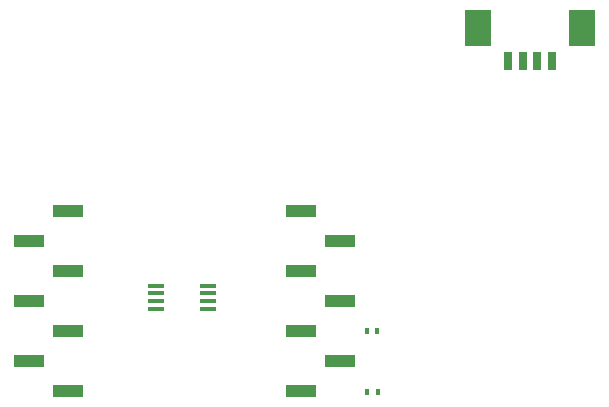
<source format=gbr>
G04 #@! TF.GenerationSoftware,KiCad,Pcbnew,(5.1.2)-2*
G04 #@! TF.CreationDate,2021-08-27T15:03:54-04:00*
G04 #@! TF.ProjectId,MAG_Plus,4d41475f-506c-4757-932e-6b696361645f,rev?*
G04 #@! TF.SameCoordinates,Original*
G04 #@! TF.FileFunction,Paste,Top*
G04 #@! TF.FilePolarity,Positive*
%FSLAX46Y46*%
G04 Gerber Fmt 4.6, Leading zero omitted, Abs format (unit mm)*
G04 Created by KiCad (PCBNEW (5.1.2)-2) date 2021-08-27 15:03:54*
%MOMM*%
%LPD*%
G04 APERTURE LIST*
%ADD10R,0.800000X1.500000*%
%ADD11R,2.200000X3.100000*%
%ADD12R,2.510000X1.000000*%
%ADD13R,0.400000X0.600000*%
%ADD14R,1.450000X0.450000*%
G04 APERTURE END LIST*
D10*
X194005000Y-159525000D03*
X192755000Y-159525000D03*
X191505000Y-159525000D03*
X190255000Y-159525000D03*
D11*
X196505000Y-156775000D03*
X187755000Y-156775000D03*
D12*
X172745000Y-172280000D03*
X172745000Y-177360000D03*
X172745000Y-182440000D03*
X172745000Y-187520000D03*
X176055000Y-174820000D03*
X176055000Y-179900000D03*
X176055000Y-184980000D03*
X149745000Y-174800000D03*
X149745000Y-179880000D03*
X149745000Y-184960000D03*
X153055000Y-172260000D03*
X153055000Y-177340000D03*
X153055000Y-182420000D03*
X153055000Y-187500000D03*
D13*
X178330000Y-187530000D03*
X179230000Y-187530000D03*
X179220000Y-182440000D03*
X178320000Y-182440000D03*
D14*
X164860000Y-180530000D03*
X164860000Y-179880000D03*
X164860000Y-179230000D03*
X164860000Y-178580000D03*
X160460000Y-178580000D03*
X160460000Y-179230000D03*
X160460000Y-179880000D03*
X160460000Y-180530000D03*
M02*

</source>
